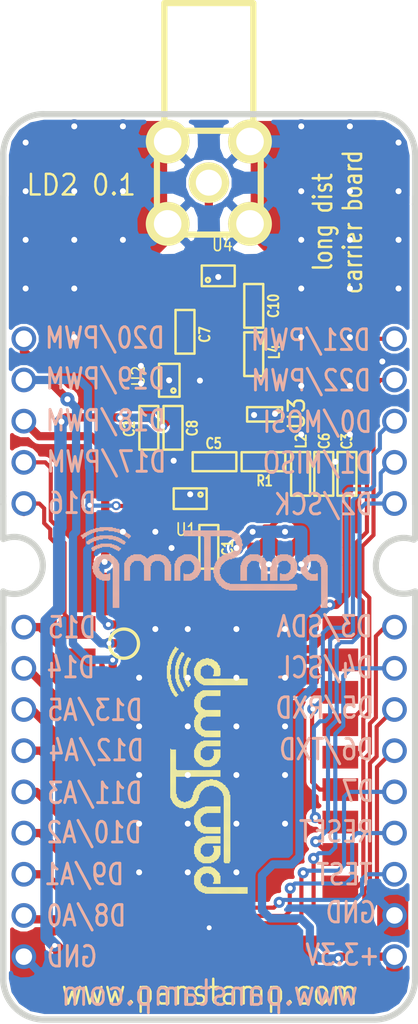
<source format=kicad_pcb>
(kicad_pcb (version 4) (host pcbnew 4.1.0-alpha+201605041001+6771~44~ubuntu14.04.1-product)
  (title_block (title "Long distance carrier board for panStamp") (date 2016-05-06) (rev 0.1) (company panStamp))
  (layers (0 Front signal) (1 Ground power) (2 Power power) (31 Back signal) (34 B.Paste user) (35 F.Paste user) (36 B.SilkS user) (37 F.SilkS user) (38 B.Mask user) (39 F.Mask user) (44 Edge.Cuts user))
  (net 0 "")
  (net 1 /RESET)
  (net 2 GND)
  (net 3 VCC)
  (net 4 "Net-(C7-Pad1)")
  (net 5 "Net-(C10-Pad2)")
  (net 6 "Net-(ANT1-Pad1)")
  (net 7 /D0)
  (net 8 /D1)
  (net 9 /D14)
  (net 10 /D15)
  (net 11 /D16)
  (net 12 /D17)
  (net 13 /D18)
  (net 14 /D2)
  (net 15 /D3)
  (net 16 /D4)
  (net 17 /TEST)
  (net 18 "Net-(C1-Pad1)")
  (net 19 /D13)
  (net 20 /D12)
  (net 21 /D11)
  (net 22 /D10)
  (net 23 /D9)
  (net 24 /D8)
  (net 25 /D19)
  (net 26 /D21)
  (net 27 /D22)
  (net 28 /D7)
  (net 29 /D5)
  (net 30 /D6)
  (net 31 "Net-(C1-Pad2)")
  (net 32 "Net-(C2-Pad2)")
  (net 33 "Net-(C2-Pad1)")
  (net 34 "Net-(C5-Pad1)")
  (net 35 "Net-(C7-Pad2)")
  (net 36 "Net-(C10-Pad1)")
  (net 37 "Net-(L4-Pad1)")
  (net 38 "Net-(C5-Pad2)")
  (net 39 "Net-(L2-Pad2)")
  (net 40 /D20)
  (module SOT-343R (layer Front) (at 200.74 63.76 270)
    (fp_text reference U3 (at -0.04 -1.97 270) (layer F.SilkS))
    (fp_text value MBC13916)
    (pad 1 smd rect (at -1.2065 -0.5715 270) (size 1.3 0.7) (layers Front F.Paste F.Mask) (net 2 GND))
    (pad 2 smd rect (at -1.2065 0.65 270) (size 1.3 0.5) (layers Front F.Paste F.Mask) (net 37 "Net-(L4-Pad1)"))
    (pad 4 smd rect (at 1.2065 0.65 270) (size 1.3 0.5) (layers Front F.Paste F.Mask) (net 2 GND))
    (pad 3 smd rect (at 1.2065 -0.65 270) (size 1.3 0.5) (layers Front F.Paste F.Mask) (net 39 "Net-(L2-Pad2)"))
  )
  (module mysmd:PANSTAMP_2 (layer Front) (at 197.31 85.9)
    (fp_text reference PS1 hide)
    (fp_text value PANSTAMP_NRG2 hide)
    (pad 1 smd rect (at -8.1 -9) (size 2.2 1.4) (layers Front F.Paste F.Mask) (net 12 /D17))
    (pad 2 smd rect (at -8.1 -7) (size 2.2 1.4) (layers Front F.Paste F.Mask) (net 11 /D16))
    (pad 3 smd rect (at -8.1 -5) (size 2.2 1.4) (layers Front F.Paste F.Mask) (net 10 /D15))
    (pad 4 smd rect (at -8.1 -3) (size 2.2 1.4) (layers Front F.Paste F.Mask) (net 9 /D14))
    (pad 5 smd rect (at -8.1 -1) (size 2.2 1.4) (layers Front F.Paste F.Mask) (net 19 /D13))
    (pad 6 smd rect (at -8.1 1) (size 2.2 1.4) (layers Front F.Paste F.Mask) (net 20 /D12))
    (pad 7 smd rect (at -8.1 3) (size 2.2 1.4) (layers Front F.Paste F.Mask) (net 21 /D11))
    (pad 8 smd rect (at -8.1 5) (size 2.2 1.4) (layers Front F.Paste F.Mask) (net 22 /D10))
    (pad 9 smd rect (at -8.1 7) (size 2.2 1.4) (layers Front F.Paste F.Mask) (net 23 /D9))
    (pad 10 smd rect (at -8.1 9) (size 2.2 1.4) (layers Front F.Paste F.Mask) (net 24 /D8))
    (pad 11 smd rect (at -6 11.1 90) (size 2.2 1.4) (layers Front F.Paste F.Mask) (net 17 /TEST))
    (pad 12 smd rect (at -4 11.1 90) (size 2.2 1.4) (layers Front F.Paste F.Mask) (net 1 /RESET))
    (pad 13 smd rect (at -2 11.1 90) (size 2.2 1.4) (layers Front F.Paste F.Mask) (net 3 VCC))
    (pad 14 smd rect (at 0 11.1 90) (size 2.2 1.4) (layers Front F.Paste F.Mask) (net 2 GND))
    (pad 15 smd rect (at 2 11.1 90) (size 2.2 1.4) (layers Front F.Paste F.Mask) (net 28 /D7))
    (pad 16 smd rect (at 4 11.1 90) (size 2.2 1.4) (layers Front F.Paste F.Mask) (net 30 /D6))
    (pad 17 smd rect (at 6 11.1 90) (size 2.2 1.4) (layers Front F.Paste F.Mask) (net 29 /D5))
    (pad 18 smd rect (at 8.1 9) (size 2.2 1.4) (layers Front F.Paste F.Mask) (net 16 /D4))
    (pad 19 smd rect (at 8.1 7) (size 2.2 1.4) (layers Front F.Paste F.Mask) (net 15 /D3))
    (pad 20 smd rect (at 8.1 5) (size 2.2 1.4) (layers Front F.Paste F.Mask) (net 14 /D2))
    (pad 21 smd rect (at 8.1 3) (size 2.2 1.4) (layers Front F.Paste F.Mask) (net 8 /D1))
    (pad 22 smd rect (at 8.1 1) (size 2.2 1.4) (layers Front F.Paste F.Mask) (net 7 /D0))
    (pad 23 smd rect (at 8.1 -1) (size 2.2 1.4) (layers Front F.Paste F.Mask) (net 27 /D22))
    (pad 24 smd rect (at 8.1 -3) (size 2.2 1.4) (layers Front F.Paste F.Mask) (net 26 /D21))
    (pad 25 smd rect (at 8.1 -5) (size 2.2 1.4) (layers Front F.Paste F.Mask) (net 40 /D20))
    (pad 26 smd rect (at 8.1 -7) (size 2.2 1.4) (layers Front F.Paste F.Mask) (net 25 /D19))
    (pad 27 smd rect (at 8.1 -9) (size 2.2 1.4) (layers Front F.Paste F.Mask) (net 13 /D18))
    (pad 28 smd rect (at 6 -11.1 90) (size 2.2 1.4) (layers Front F.Paste F.Mask) (net 2 GND))
    (pad 29 smd rect (at 4 -11.1 90) (size 2.2 1.4) (layers Front F.Paste F.Mask) (net 2 GND))
    (pad 30 smd rect (at 2 -11.1 90) (size 2.2 1.4) (layers Front F.Paste F.Mask) (net 2 GND))
    (pad 31 smd rect (at 0 -11.1 90) (size 2.2 1.4) (layers Front F.Paste F.Mask) (net 31 "Net-(C1-Pad2)"))
    (pad 32 smd rect (at -2 -11.1 90) (size 2.2 1.4) (layers Front F.Paste F.Mask) (net 2 GND))
    (pad 33 smd rect (at -4 -11.1 90) (size 2.2 1.4) (layers Front F.Paste F.Mask) (net 2 GND))
    (pad 34 smd rect (at -6 -11.1 90) (size 2.2 1.4) (layers Front F.Paste F.Mask) (net 2 GND))
  )
  (module old_mymods:PANSTAMPLOGO (layer Front) (at 194.41 93.32 90)
    (fp_text reference G*** hide)
    (fp_text value PANSTAMPLOGO hide)
  )
  (module old_mymods:PANSTAMPLOGO (layer Back) (at 204.63 70.41 180)
    (fp_text reference G*** hide)
    (fp_text value PANSTAMPLOGO hide)
  )
  (module myconnectors:pin_array_1x14 (layer Front) (at 185.89 80.89 270)
    (fp_text reference P1 hide)
    (fp_text value CONN_01X14 hide)
    (pad 1 thru_hole circle (at -21.79 0 270) (size 1.524 1.524) (drill 1.016) (layers *.Cu *.Mask) (net 40 /D20))
    (pad 2 thru_hole circle (at -19.25 0 270) (size 1.524 1.524) (drill 1.016) (layers *.Cu *.Mask) (net 25 /D19))
    (pad 3 thru_hole circle (at -16.71 0 270) (size 1.524 1.524) (drill 1.016) (layers *.Cu *.Mask) (net 13 /D18))
    (pad 4 thru_hole circle (at -14.17 0 270) (size 1.524 1.524) (drill 1.016) (layers *.Cu *.Mask) (net 12 /D17))
    (pad 5 thru_hole circle (at -11.63 0 270) (size 1.524 1.524) (drill 1.016) (layers *.Cu *.Mask) (net 11 /D16))
    (pad 6 thru_hole circle (at -4.01 0 270) (size 1.524 1.524) (drill 1.016) (layers *.Cu *.Mask) (net 10 /D15))
    (pad 7 thru_hole circle (at -1.47 0 270) (size 1.524 1.524) (drill 1.016) (layers *.Cu *.Mask) (net 9 /D14))
    (pad 8 thru_hole circle (at 1.07 0 270) (size 1.524 1.524) (drill 1.016) (layers *.Cu *.Mask) (net 19 /D13))
    (pad 9 thru_hole circle (at 3.61 0 270) (size 1.524 1.524) (drill 1.016) (layers *.Cu *.Mask) (net 20 /D12))
    (pad 10 thru_hole circle (at 6.15 0 270) (size 1.524 1.524) (drill 1.016) (layers *.Cu *.Mask) (net 21 /D11))
    (pad 11 thru_hole circle (at 8.69 0 270) (size 1.524 1.524) (drill 1.016) (layers *.Cu *.Mask) (net 22 /D10))
    (pad 12 thru_hole circle (at 11.23 0 270) (size 1.524 1.524) (drill 1.016) (layers *.Cu *.Mask) (net 23 /D9))
    (pad 13 thru_hole circle (at 13.77 0 270) (size 1.524 1.524) (drill 1.016) (layers *.Cu *.Mask) (net 24 /D8))
    (pad 14 thru_hole circle (at 16.31 0 270) (size 1.524 1.524) (drill 1.016) (layers *.Cu *.Mask) (net 2 GND))
  )
  (module myconnectors:pin_array_1x14 (layer Front) (at 208.75 80.89 270)
    (fp_text reference P2 hide)
    (fp_text value CONN_01X14 hide)
    (pad 1 thru_hole circle (at -21.79 0 270) (size 1.524 1.524) (drill 1.016) (layers *.Cu *.Mask) (net 26 /D21))
    (pad 2 thru_hole circle (at -19.25 0 270) (size 1.524 1.524) (drill 1.016) (layers *.Cu *.Mask) (net 27 /D22))
    (pad 3 thru_hole circle (at -16.71 0 270) (size 1.524 1.524) (drill 1.016) (layers *.Cu *.Mask) (net 7 /D0))
    (pad 4 thru_hole circle (at -14.17 0 270) (size 1.524 1.524) (drill 1.016) (layers *.Cu *.Mask) (net 8 /D1))
    (pad 5 thru_hole circle (at -11.63 0 270) (size 1.524 1.524) (drill 1.016) (layers *.Cu *.Mask) (net 14 /D2))
    (pad 6 thru_hole circle (at -4.01 0 270) (size 1.524 1.524) (drill 1.016) (layers *.Cu *.Mask) (net 15 /D3))
    (pad 7 thru_hole circle (at -1.47 0 270) (size 1.524 1.524) (drill 1.016) (layers *.Cu *.Mask) (net 16 /D4))
    (pad 8 thru_hole circle (at 1.07 0 270) (size 1.524 1.524) (drill 1.016) (layers *.Cu *.Mask) (net 29 /D5))
    (pad 9 thru_hole circle (at 3.61 0 270) (size 1.524 1.524) (drill 1.016) (layers *.Cu *.Mask) (net 30 /D6))
    (pad 10 thru_hole circle (at 6.15 0 270) (size 1.524 1.524) (drill 1.016) (layers *.Cu *.Mask) (net 28 /D7))
    (pad 11 thru_hole circle (at 8.69 0 270) (size 1.524 1.524) (drill 1.016) (layers *.Cu *.Mask) (net 1 /RESET))
    (pad 12 thru_hole circle (at 11.23 0 270) (size 1.524 1.524) (drill 1.016) (layers *.Cu *.Mask) (net 17 /TEST))
    (pad 13 thru_hole circle (at 13.77 0 270) (size 1.524 1.524) (drill 1.016) (layers *.Cu *.Mask) (net 2 GND))
    (pad 14 thru_hole circle (at 16.31 0 270) (size 1.524 1.524) (drill 1.016) (layers *.Cu *.Mask) (net 3 VCC))
  )
  (module myconnectors:SMA_RightAngle_Tyco (layer Front) (at 197.3 49.475)
    (fp_text reference ANT1 hide)
    (fp_text value ANTENNA hide)
    (pad 1 thru_hole circle (at 0 0) (size 2.49936 2.49936) (drill 1.6002) (layers *.Cu *.Mask F.SilkS) (net 6 "Net-(ANT1-Pad1)"))
    (pad 2 thru_hole circle (at 2.54 -2.54) (size 2.70002 2.70002) (drill 1.69926) (layers *.Cu *.Mask F.SilkS) (net 2 GND))
    (pad 2 thru_hole circle (at -2.54 -2.54) (size 2.70002 2.70002) (drill 1.69926) (layers *.Cu *.Mask F.SilkS) (net 2 GND))
    (pad 2 thru_hole circle (at -2.54 2.54) (size 2.70002 2.70002) (drill 1.69926) (layers *.Cu *.Mask F.SilkS) (net 2 GND))
    (pad 2 thru_hole circle (at 2.54 2.54) (size 2.70002 2.70002) (drill 1.69926) (layers *.Cu *.Mask F.SilkS) (net 2 GND))
  )
  (module mysmd:SM0603S (layer Front) (at 197.3 71.93 270)
    (fp_text reference C1 (at 0.0635 -1.1557 270) (layer F.SilkS) (effects (font (size 0.635 0.508) (thickness 0.127))))
    (fp_text value 220p hide)
    (pad 2 smd rect (at 0.7493 0 270) (size 0.7874 0.762) (layers Front F.Paste F.Mask) (net 31 "Net-(C1-Pad2)"))
    (pad 1 smd rect (at -0.7493 0 270) (size 0.7874 0.762) (layers Front F.Paste F.Mask) (net 18 "Net-(C1-Pad1)"))
  )
  (module mysmd:SM0603S (layer Front) (at 193.6 64.59 270)
    (fp_text reference C2 (at 0.06 1.2 270) (layer F.SilkS) (effects (font (size 0.635 0.508) (thickness 0.127))))
    (fp_text value 100p hide)
    (pad 2 smd rect (at 0.7493 0 270) (size 0.7874 0.762) (layers Front F.Paste F.Mask) (net 32 "Net-(C2-Pad2)"))
    (pad 1 smd rect (at -0.7493 0 270) (size 0.7874 0.762) (layers Front F.Paste F.Mask) (net 33 "Net-(C2-Pad1)"))
  )
  (module mysmd:SM0603S (layer Front) (at 205.82 67.43 270)
    (fp_text reference C3 (at -2.01 0.01 270) (layer F.SilkS) (effects (font (size 0.635 0.508) (thickness 0.127))))
    (fp_text value 100n hide)
    (pad 2 smd rect (at 0.7493 0 270) (size 0.7874 0.762) (layers Front F.Paste F.Mask) (net 3 VCC))
    (pad 1 smd rect (at -0.7493 0 270) (size 0.7874 0.762) (layers Front F.Paste F.Mask) (net 2 GND))
  )
  (module mysmd:SM0603S (layer Front) (at 197.65 66.68 180)
    (fp_text reference C5 (at 0.05 1.12 180) (layer F.SilkS) (effects (font (size 0.635 0.508) (thickness 0.127))))
    (fp_text value 2.4p hide)
    (pad 2 smd rect (at 0.7493 0 180) (size 0.7874 0.762) (layers Front F.Paste F.Mask) (net 38 "Net-(C5-Pad2)"))
    (pad 1 smd rect (at -0.7493 0 180) (size 0.7874 0.762) (layers Front F.Paste F.Mask) (net 34 "Net-(C5-Pad1)"))
  )
  (module mysmd:SM0603S (layer Front) (at 204.39 67.43 270)
    (fp_text reference C6 (at -2.03 -0.03 270) (layer F.SilkS) (effects (font (size 0.635 0.508) (thickness 0.127))))
    (fp_text value 100p hide)
    (pad 2 smd rect (at 0.7493 0 270) (size 0.7874 0.762) (layers Front F.Paste F.Mask) (net 3 VCC))
    (pad 1 smd rect (at -0.7493 0 270) (size 0.7874 0.762) (layers Front F.Paste F.Mask) (net 2 GND))
  )
  (module mysmd:SM0603S (layer Front) (at 195.83 58.67 270)
    (fp_text reference C7 (at 0.17 -1.22 270) (layer F.SilkS) (effects (font (size 0.635 0.508) (thickness 0.127))))
    (fp_text value 100p hide)
    (pad 2 smd rect (at 0.7493 0 270) (size 0.7874 0.762) (layers Front F.Paste F.Mask) (net 35 "Net-(C7-Pad2)"))
    (pad 1 smd rect (at -0.7493 0 270) (size 0.7874 0.762) (layers Front F.Paste F.Mask) (net 4 "Net-(C7-Pad1)"))
  )
  (module mysmd:SM0603S (layer Front) (at 195.09 64.59 270)
    (fp_text reference C8 (at 0.02 -1.19 270) (layer F.SilkS) (effects (font (size 0.635 0.508) (thickness 0.127))))
    (fp_text value 470p hide)
    (pad 2 smd rect (at 0.7493 0 270) (size 0.7874 0.762) (layers Front F.Paste F.Mask) (net 2 GND))
    (pad 1 smd rect (at -0.7493 0 270) (size 0.7874 0.762) (layers Front F.Paste F.Mask) (net 3 VCC))
  )
  (module mysmd:SM0603S (layer Front) (at 200.07 57.07 90)
    (fp_text reference C10 (at 0 1.22 90) (layer F.SilkS) (effects (font (size 0.635 0.508) (thickness 0.127))))
    (fp_text value 47p hide)
    (pad 2 smd rect (at 0.7493 0 90) (size 0.7874 0.762) (layers Front F.Paste F.Mask) (net 5 "Net-(C10-Pad2)"))
    (pad 1 smd rect (at -0.7493 0 90) (size 0.7874 0.762) (layers Front F.Paste F.Mask) (net 36 "Net-(C10-Pad1)"))
  )
  (module mysmd:SM0603S (layer Front) (at 202.96 67.43 90)
    (fp_text reference L2 (at 2.02 0.03 90) (layer F.SilkS) (effects (font (size 0.635 0.508) (thickness 0.127))))
    (fp_text value 33n hide)
    (pad 2 smd rect (at 0.7493 0 90) (size 0.7874 0.762) (layers Front F.Paste F.Mask) (net 39 "Net-(L2-Pad2)"))
    (pad 1 smd rect (at -0.7493 0 90) (size 0.7874 0.762) (layers Front F.Paste F.Mask) (net 3 VCC))
  )
  (module mysmd:SM0603S (layer Front) (at 200.07 60.05 90)
    (fp_text reference L4 (at 0.14 1.27 90) (layer F.SilkS) (effects (font (size 0.635 0.508) (thickness 0.127))))
    (fp_text value 39n hide)
    (pad 2 smd rect (at 0.7493 0 90) (size 0.7874 0.762) (layers Front F.Paste F.Mask) (net 36 "Net-(C10-Pad1)"))
    (pad 1 smd rect (at -0.7493 0 90) (size 0.7874 0.762) (layers Front F.Paste F.Mask) (net 37 "Net-(L4-Pad1)"))
  )
  (module mysmd:SC-70 (layer Front) (at 196.15 68.96 180)
    (fp_text reference U1 (at 0.254 -1.905 180) (layer F.SilkS) (effects (font (size 0.762 0.635) (thickness 0.1016))))
    (fp_text value AS213-92 hide)
    (pad 1 smd rect (at -0.65 0.975 180) (size 0.4 0.5) (layers Front F.Paste F.Mask) (net 38 "Net-(C5-Pad2)"))
    (pad 2 smd rect (at 0 0.975 180) (size 0.4 0.5) (layers Front F.Paste F.Mask) (net 2 GND))
    (pad 3 smd rect (at 0.65 0.975 180) (size 0.4 0.5) (layers Front F.Paste F.Mask) (net 32 "Net-(C2-Pad2)"))
    (pad 4 smd rect (at 0.65 -0.975 180) (size 0.4 0.5) (layers Front F.Paste F.Mask) (net 13 /D18))
    (pad 5 smd rect (at 0 -0.975 180) (size 0.4 0.5) (layers Front F.Paste F.Mask) (net 18 "Net-(C1-Pad1)"))
    (pad 6 smd rect (at -0.65 -0.975 180) (size 0.4 0.5) (layers Front F.Paste F.Mask) (net 25 /D19))
  )
  (module mysmd:SC-70 (layer Front) (at 197.88 55.22)
    (fp_text reference U4 (at 0.254 -1.905) (layer F.SilkS) (effects (font (size 0.762 0.635) (thickness 0.1016))))
    (fp_text value AS213-92 hide)
    (pad 1 smd rect (at -0.65 0.975) (size 0.4 0.5) (layers Front F.Paste F.Mask) (net 4 "Net-(C7-Pad1)"))
    (pad 2 smd rect (at 0 0.975) (size 0.4 0.5) (layers Front F.Paste F.Mask) (net 2 GND))
    (pad 3 smd rect (at 0.65 0.975) (size 0.4 0.5) (layers Front F.Paste F.Mask) (net 5 "Net-(C10-Pad2)"))
    (pad 4 smd rect (at 0.65 -0.975) (size 0.4 0.5) (layers Front F.Paste F.Mask) (net 25 /D19))
    (pad 5 smd rect (at 0 -0.975) (size 0.4 0.5) (layers Front F.Paste F.Mask) (net 6 "Net-(ANT1-Pad1)"))
    (pad 6 smd rect (at -0.65 -0.975) (size 0.4 0.5) (layers Front F.Paste F.Mask) (net 13 /D18))
  )
  (module mysmd:SM0603S (layer Front) (at 200.67 66.68 180)
    (fp_text reference R1 (at -0.07 -1.18 180) (layer F.SilkS) (effects (font (size 0.635 0.508) (thickness 0.127))))
    (fp_text value 24 hide)
    (pad 2 smd rect (at 0.7493 0 180) (size 0.7874 0.762) (layers Front F.Paste F.Mask) (net 34 "Net-(C5-Pad1)"))
    (pad 1 smd rect (at -0.7493 0 180) (size 0.7874 0.762) (layers Front F.Paste F.Mask) (net 39 "Net-(L2-Pad2)"))
  )
  (module mysmd:SC-70 (layer Front) (at 194.86 61.66 90)
    (fp_text reference U2 (at 0.254 -1.905 90) (layer F.SilkS) (effects (font (size 0.762 0.635) (thickness 0.1016))))
    (fp_text value BGA2817 hide)
    (pad 1 smd rect (at -0.65 0.975 90) (size 0.4 0.5) (layers Front F.Paste F.Mask) (net 3 VCC))
    (pad 2 smd rect (at 0 0.975 90) (size 0.4 0.5) (layers Front F.Paste F.Mask) (net 2 GND))
    (pad 3 smd rect (at 0.65 0.975 90) (size 0.4 0.5) (layers Front F.Paste F.Mask) (net 35 "Net-(C7-Pad2)"))
    (pad 4 smd rect (at 0.65 -0.975 90) (size 0.4 0.5) (layers Front F.Paste F.Mask) (net 2 GND))
    (pad 5 smd rect (at 0 -0.975 90) (size 0.4 0.5) (layers Front F.Paste F.Mask) (net 2 GND))
    (pad 6 smd rect (at -0.65 -0.975 90) (size 0.4 0.5) (layers Front F.Paste F.Mask) (net 33 "Net-(C2-Pad1)"))
  )
  (gr_arc (start 185.3 73.075) (end 184.625 71.45) (angle 225) (layer Edge.Cuts) (width 0.381))
  (gr_line (start 184.625 76.95) (end 184.625 74.675) (angle 90) (layer Edge.Cuts) (width 0.381))
  (gr_line (start 184.625 69.3) (end 184.625 71.45) (angle 90) (layer Edge.Cuts) (width 0.381))
  (gr_arc (start 209.325 73.1) (end 210.025 74.675) (angle 225) (layer Edge.Cuts) (width 0.381))
  (gr_line (start 210.025 77.075) (end 210.025 74.7) (angle 90) (layer Edge.Cuts) (width 0.381))
  (gr_line (start 210.025 71.425) (end 210 71.425) (angle 90) (layer Edge.Cuts) (width 0.381))
  (gr_line (start 210.025 69.3) (end 210.025 71.425) (angle 90) (layer Edge.Cuts) (width 0.381))
  (gr_line (start 184.625 77.85) (end 184.625 78) (angle 90) (layer Edge.Cuts) (width 0.381))
  (gr_line (start 184.625 98.6) (end 184.625 77.85) (angle 90) (layer Edge.Cuts) (width 0.381))
  (gr_line (start 210.025 47.725) (end 210.025 50.3) (angle 90) (layer Edge.Cuts) (width 0.381))
  (gr_line (start 184.625 47.725) (end 184.625 50.3) (angle 90) (layer Edge.Cuts) (width 0.381))
  (gr_text D2/SCK (at 204.36 69.32) (layer B.SilkS) (effects (font (size 1.27 1.016) (thickness 0.1778)) (justify mirror)))
  (gr_line (start 187.14 101.08) (end 207.52 101.08) (angle 90) (layer Edge.Cuts) (width 0.381))
  (gr_text D18/PWM (at 190.94 64.15) (layer B.SilkS) (effects (font (size 1.27 1.016) (thickness 0.1778)) (justify mirror)))
  (gr_line (start 184.62 77.35) (end 184.62 76.86) (angle 90) (layer Edge.Cuts) (width 0.381))
  (gr_line (start 184.62 69.3) (end 184.61 69.3) (angle 90) (layer Edge.Cuts) (width 0.381))
  (gr_line (start 184.62 68.78) (end 184.62 69.3) (angle 90) (layer Edge.Cuts) (width 0.381))
  (gr_line (start 210.02 68.85) (end 210.02 69.32) (angle 90) (layer Edge.Cuts) (width 0.381))
  (gr_line (start 210.02 77.38) (end 210.02 76.8) (angle 90) (layer Edge.Cuts) (width 0.381))
  (gr_line (start 210.02 57.94) (end 210.02 68.83) (angle 90) (layer Edge.Cuts) (width 0.381))
  (gr_line (start 210.02 77.79) (end 210.02 77.39) (angle 90) (layer Edge.Cuts) (width 0.381))
  (gr_line (start 184.62 68.81) (end 184.63 68.81) (angle 90) (layer Edge.Cuts) (width 0.381))
  (gr_line (start 184.62 57.96) (end 184.62 68.81) (angle 90) (layer Edge.Cuts) (width 0.381))
  (gr_line (start 184.62 77.84) (end 184.62 77.36) (angle 90) (layer Edge.Cuts) (width 0.381))
  (gr_line (start 210.02 98.5) (end 210.02 77.81) (angle 90) (layer Edge.Cuts) (width 0.381))
  (gr_text "LD2 0.1" (at 189.43 49.62) (layer F.SilkS) (effects (font (size 1.27 1.143) (thickness 0.1524))))
  (gr_text "long dist\ncarrier board" (at 205.25 51.91 90) (layer F.SilkS) (effects (font (size 1.143 0.889) (thickness 0.1524))))
  (gr_line (start 210.02 50.3) (end 210.02 50.84) (angle 90) (layer Edge.Cuts) (width 0.381))
  (gr_line (start 184.62 50.3) (end 184.62 50.79) (angle 90) (layer Edge.Cuts) (width 0.381))
  (gr_text D10/A2 (at 190.22 89.55) (layer B.SilkS) (effects (font (size 1.27 1.016) (thickness 0.1778)) (justify mirror)))
  (gr_text D21/PWM (at 203.58 59.18) (layer B.SilkS) (effects (font (size 1.27 1.016) (thickness 0.1778)) (justify mirror)))
  (gr_line (start 184.62 57.94) (end 184.62 50.78) (angle 90) (layer Edge.Cuts) (width 0.381))
  (gr_line (start 210.02 50.8) (end 210.01 50.8) (angle 90) (layer Edge.Cuts) (width 0.381))
  (gr_line (start 210.02 57.94) (end 210.02 50.8) (angle 90) (layer Edge.Cuts) (width 0.381))
  (gr_text www.panstamp.com (at 197.36 99.39) (layer F.SilkS) (effects (font (size 1.524 1.27) (thickness 0.1524))))
  (gr_line (start 187.15 45.25) (end 207.51 45.25) (angle 90) (layer Edge.Cuts) (width 0.381))
  (gr_arc (start 207.53 47.735) (end 207.53 45.245) (angle 90) (layer Edge.Cuts) (width 0.381))
  (gr_arc (start 187.12 47.745) (end 184.62 47.745) (angle 90) (layer Edge.Cuts) (width 0.381))
  (gr_arc (start 207.52 98.58) (end 210.02 98.58) (angle 90) (layer Edge.Cuts) (width 0.381))
  (gr_arc (start 187.12 98.58) (end 187.12 101.08) (angle 90) (layer Edge.Cuts) (width 0.381))
  (gr_text GND (at 188.86 97.2) (layer B.SilkS) (effects (font (size 1.27 1.016) (thickness 0.1778)) (justify mirror)))
  (gr_text GND (at 206.06 94.48) (layer B.SilkS) (effects (font (size 1.27 1.016) (thickness 0.1778)) (justify mirror)))
  (gr_text D7 (at 206.49 87) (layer B.SilkS) (effects (font (size 1.27 1.016) (thickness 0.1778)) (justify mirror)))
  (gr_text D6/TXD (at 204.55 84.43) (layer B.SilkS) (effects (font (size 1.27 1.016) (thickness 0.1778)) (justify mirror)))
  (gr_text RESET (at 205.17 89.5) (layer B.SilkS) (effects (font (size 1.27 1.016) (thickness 0.1778)) (justify mirror)))
  (gr_text D5/RXD (at 204.44 81.87) (layer B.SilkS) (effects (font (size 1.27 1.016) (thickness 0.1778)) (justify mirror)))
  (gr_text D22/PWM (at 203.61 61.68) (layer B.SilkS) (effects (font (size 1.27 1.016) (thickness 0.1778)) (justify mirror)))
  (gr_text D3/SDA (at 204.44 76.85) (layer B.SilkS) (effects (font (size 1.27 1.016) (thickness 0.1778)) (justify mirror)))
  (gr_text D4/SCL (at 204.49 79.38) (layer B.SilkS) (effects (font (size 1.27 1.016) (thickness 0.1778)) (justify mirror)))
  (gr_text D1/MISO (at 204 66.76) (layer B.SilkS) (effects (font (size 1.27 1.016) (thickness 0.1778)) (justify mirror)))
  (gr_text D0/MOSI (at 204 64.24) (layer B.SilkS) (effects (font (size 1.27 1.016) (thickness 0.1778)) (justify mirror)))
  (gr_text D16 (at 188.86 69.24) (layer B.SilkS) (effects (font (size 1.27 1.016) (thickness 0.1778)) (justify mirror)))
  (gr_text D15 (at 188.86 76.91) (layer B.SilkS) (effects (font (size 1.27 1.016) (thickness 0.1778)) (justify mirror)))
  (gr_text D12/A4 (at 190.36 84.49) (layer B.SilkS) (effects (font (size 1.27 1.016) (thickness 0.1778)) (justify mirror)))
  (gr_text D13/A5 (at 190.28 82.01) (layer B.SilkS) (effects (font (size 1.27 1.016) (thickness 0.1778)) (justify mirror)))
  (gr_text D19/PWM (at 190.92 61.57) (layer B.SilkS) (effects (font (size 1.27 1.016) (thickness 0.1778)) (justify mirror)))
  (gr_text D14 (at 188.79 79.37) (layer B.SilkS) (effects (font (size 1.27 1.016) (thickness 0.1778)) (justify mirror)))
  (gr_text D17/PWM (at 190.98 66.69) (layer B.SilkS) (effects (font (size 1.27 1.016) (thickness 0.1778)) (justify mirror)))
  (gr_text D11/A3 (at 190.27 87.12) (layer B.SilkS) (effects (font (size 1.27 1.016) (thickness 0.1778)) (justify mirror)))
  (gr_text D8/A0 (at 189.74 94.68) (layer B.SilkS) (effects (font (size 1.27 1.016) (thickness 0.1778)) (justify mirror)))
  (gr_text D9/A1 (at 189.61 92.13) (layer B.SilkS) (effects (font (size 1.27 1.016) (thickness 0.1778)) (justify mirror)))
  (gr_text D20/PWM (at 190.89 59.05) (layer B.SilkS) (effects (font (size 1.27 1.016) (thickness 0.1778)) (justify mirror)))
  (gr_text TEST (at 205.65 92.14) (layer B.SilkS) (effects (font (size 1.27 1.016) (thickness 0.1778)) (justify mirror)))
  (gr_text +3.3V (at 205.55 97.1) (layer B.SilkS) (effects (font (size 1.27 1.016) (thickness 0.1778)) (justify mirror)))
  (gr_text www.panstamp.com (at 197.35 99.45) (layer B.SilkS) (effects (font (size 1.524 1.27) (thickness 0.1778)) (justify mirror)))
  (segment (start 201 71) (end 201 73) (width 0.762) (layer Back) (net 0))
  (via (at 201 73) (size 0.8763) (drill 0.3683) (layers Front Back) (net 0))
  (segment (start 203 71) (end 203 73) (width 0.762) (layer Back) (net 0))
  (via (at 203 73) (size 0.8763) (drill 0.3683) (layers Front Back) (net 0))
  (segment (start 199 72) (end 200 71) (width 0.762) (layer Back) (net 0))
  (via (at 200 71) (size 0.8763) (drill 0.3683) (layers Front Back) (net 0))
  (segment (start 202 71) (end 203 71) (width 0.762) (layer Back) (net 0))
  (via (at 202 71) (size 0.8763) (drill 0.3683) (layers Front Back) (net 0))
  (segment (start 200 71) (end 201 71) (width 0.762) (layer Back) (net 0))
  (segment (start 201 71) (end 202 71) (width 0.762) (layer Back) (net 0))
  (via (at 199 72) (size 0.8763) (drill 0.3683) (layers Front Back) (net 0))
  (segment (start 193.31 97) (end 193.31 95.04) (width 0.254) (layer Front) (net 1))
  (segment (start 206.44 89.58) (end 208.75 89.58) (width 0.254) (layer Back) (net 1))
  (segment (start 206.14 89.88) (end 206.44 89.58) (width 0.254) (layer Back) (net 1))
  (segment (start 206.14 92.31) (end 206.14 89.88) (width 0.254) (layer Back) (net 1))
  (segment (start 205.76 92.69) (end 206.14 92.31) (width 0.254) (layer Back) (net 1))
  (segment (start 202.61 92.69) (end 205.76 92.69) (width 0.254) (layer Back) (net 1))
  (segment (start 202.32 92.98) (end 202.61 92.69) (width 0.254) (layer Back) (net 1))
  (via (at 202.32 92.98) (size 0.6858) (layers Front Back) (net 1))
  (segment (start 202.29 93.01) (end 202.32 92.98) (width 0.254) (layer Front) (net 1))
  (segment (start 202.29 94.4) (end 202.29 93.01) (width 0.254) (layer Front) (net 1))
  (segment (start 202 94.69) (end 202.29 94.4) (width 0.254) (layer Front) (net 1))
  (segment (start 193.66 94.69) (end 202 94.69) (width 0.254) (layer Front) (net 1))
  (segment (start 193.31 95.04) (end 193.66 94.69) (width 0.254) (layer Front) (net 1))
  (segment (start 195.09 65.3393) (end 195.09 66.58) (width 0.762) (layer Front) (net 2))
  (via (at 195.13 66.62) (size 0.8763) (drill 0.3683) (layers Front Back) (net 2))
  (segment (start 195.09 66.58) (end 195.13 66.62) (width 0.762) (layer Front) (net 2))
  (segment (start 189 59) (end 189 56) (width 0.762) (layer Back) (net 2))
  (via (at 189 56) (size 0.8763) (drill 0.3683) (layers Front Back) (net 2))
  (via (at 189 53) (size 0.8763) (drill 0.3683) (layers Front Back) (net 2))
  (segment (start 189 56) (end 189 53) (width 0.762) (layer Back) (net 2))
  (via (at 189 59) (size 0.8763) (drill 0.3683) (layers Front Back) (net 2))
  (via (at 194.85 61.66) (size 0.8763) (drill 0.3683) (layers Front Back) (net 2))
  (segment (start 194.85 61.66) (end 194.85 61.68) (width 0.508) (layer Back) (net 2))
  (segment (start 193.885 61.66) (end 193.31 61.66) (width 0.508) (layer Front) (net 2))
  (via (at 193.12 61.85) (size 0.8763) (drill 0.3683) (layers Front Back) (net 2))
  (segment (start 193.31 61.66) (end 193.12 61.85) (width 0.508) (layer Front) (net 2))
  (segment (start 193.885 61.01) (end 193.35 61.01) (width 0.508) (layer Front) (net 2))
  (via (at 193.11 60.77) (size 0.8763) (drill 0.3683) (layers Front Back) (net 2))
  (segment (start 193.35 61.01) (end 193.11 60.77) (width 0.508) (layer Front) (net 2))
  (segment (start 195.835 61.66) (end 196.73 61.66) (width 0.508) (layer Front) (net 2))
  (via (at 196.75 61.68) (size 0.8763) (drill 0.3683) (layers Front Back) (net 2))
  (segment (start 196.73 61.66) (end 196.75 61.68) (width 0.508) (layer Front) (net 2))
  (segment (start 195.835 61.66) (end 194.85 61.66) (width 0.508) (layer Front) (net 2))
  (segment (start 194.85 61.66) (end 193.885 61.66) (width 0.508) (layer Front) (net 2))
  (segment (start 193.885 61.01) (end 193.885 61.66) (width 0.508) (layer Front) (net 2))
  (segment (start 203 53) (end 203 56) (width 0.762) (layer Back) (net 2))
  (via (at 203 56) (size 0.8763) (drill 0.3683) (layers Front Back) (net 2))
  (segment (start 203 59) (end 203 62) (width 0.762) (layer Back) (net 2))
  (via (at 203 62) (size 0.8763) (drill 0.3683) (layers Front Back) (net 2))
  (segment (start 203 65) (end 206 65) (width 0.762) (layer Back) (net 2))
  (via (at 206 65) (size 0.8763) (drill 0.3683) (layers Front Back) (net 2))
  (segment (start 206 62) (end 206 60.5) (width 0.762) (layer Back) (net 2))
  (via (at 206 62) (size 0.8763) (drill 0.3683) (layers Front Back) (net 2))
  (segment (start 206 65) (end 206 62) (width 0.762) (layer Back) (net 2))
  (via (at 203 65) (size 0.8763) (drill 0.3683) (layers Front Back) (net 2))
  (segment (start 203 62) (end 203 65) (width 0.762) (layer Back) (net 2))
  (via (at 203 59) (size 0.8763) (drill 0.3683) (layers Front Back) (net 2))
  (segment (start 203 56) (end 203 59) (width 0.762) (layer Back) (net 2))
  (via (at 203 53) (size 0.8763) (drill 0.3683) (layers Front Back) (net 2))
  (segment (start 196.15 67.985) (end 196.15 68.69) (width 0.508) (layer Front) (net 2))
  (via (at 196.15 68.69) (size 0.8763) (drill 0.3683) (layers Front Back) (net 2))
  (segment (start 201.3115 62.5535) (end 201.3115 63.6615) (width 0.508) (layer Front) (net 2))
  (via (at 201.38 63.73) (size 0.8763) (drill 0.3683) (layers Front Back) (net 2))
  (segment (start 201.3115 63.6615) (end 201.38 63.73) (width 0.508) (layer Front) (net 2))
  (segment (start 200.09 64.9665) (end 200.09 63.8) (width 0.508) (layer Front) (net 2))
  (via (at 200.09 63.8) (size 0.8763) (drill 0.3683) (layers Front Back) (net 2))
  (segment (start 197.88 56.195) (end 197.88 55.29) (width 0.508) (layer Front) (net 2))
  (via (at 197.88 55.29) (size 0.8763) (drill 0.3683) (layers Front Back) (net 2))
  (via (at 205.11 66.6807) (size 0.8763) (drill 0.3683) (layers Front Back) (net 2))
  (segment (start 205.11 66.6807) (end 205.11 66.72) (width 0.762) (layer Back) (net 2))
  (segment (start 204.39 66.6807) (end 205.11 66.6807) (width 0.762) (layer Front) (net 2))
  (segment (start 205.11 66.6807) (end 205.82 66.6807) (width 0.762) (layer Front) (net 2))
  (segment (start 192 71) (end 194 71) (width 0.762) (layer Back) (net 2))
  (via (at 194 71) (size 0.8763) (drill 0.3683) (layers Front Back) (net 2))
  (segment (start 195 72) (end 195 73) (width 0.762) (layer Back) (net 2))
  (segment (start 195 73) (end 195 77) (width 0.762) (layer Back) (net 2))
  (via (at 195 72) (size 0.8763) (drill 0.3683) (layers Front Back) (net 2))
  (segment (start 194 71) (end 195 72) (width 0.762) (layer Back) (net 2))
  (via (at 192 71) (size 0.8763) (drill 0.3683) (layers Front Back) (net 2))
  (segment (start 193 92) (end 196 92) (width 0.762) (layer Back) (net 2))
  (via (at 196 92) (size 0.8763) (drill 0.3683) (layers Front Back) (net 2))
  (segment (start 199 92) (end 199 89) (width 0.762) (layer Back) (net 2))
  (via (at 199 89) (size 0.8763) (drill 0.3683) (layers Front Back) (net 2))
  (via (at 199 92) (size 0.8763) (drill 0.3683) (layers Front Back) (net 2))
  (segment (start 196 92) (end 199 92) (width 0.762) (layer Back) (net 2))
  (via (at 193 92) (size 0.8763) (drill 0.3683) (layers Front Back) (net 2))
  (segment (start 202 89) (end 199 89) (width 0.762) (layer Back) (net 2))
  (segment (start 196 89) (end 193 89) (width 0.762) (layer Back) (net 2))
  (via (at 193 89) (size 0.8763) (drill 0.3683) (layers Front Back) (net 2))
  (segment (start 193 86) (end 196 86) (width 0.762) (layer Back) (net 2))
  (via (at 196 86) (size 0.8763) (drill 0.3683) (layers Front Back) (net 2))
  (segment (start 199 86) (end 202 86) (width 0.762) (layer Back) (net 2))
  (via (at 202 86) (size 0.8763) (drill 0.3683) (layers Front Back) (net 2))
  (segment (start 202 83) (end 199 83) (width 0.762) (layer Back) (net 2))
  (via (at 199 83) (size 0.8763) (drill 0.3683) (layers Front Back) (net 2))
  (segment (start 196 83) (end 193 83) (width 0.762) (layer Back) (net 2))
  (via (at 193 83) (size 0.8763) (drill 0.3683) (layers Front Back) (net 2))
  (segment (start 193 80) (end 196 80) (width 0.762) (layer Back) (net 2))
  (via (at 196 80) (size 0.8763) (drill 0.3683) (layers Front Back) (net 2))
  (segment (start 199 80) (end 202 80) (width 0.762) (layer Back) (net 2))
  (via (at 202 80) (size 0.8763) (drill 0.3683) (layers Front Back) (net 2))
  (segment (start 202 80) (end 202 77) (width 0.762) (layer Back) (net 2))
  (via (at 199 80) (size 0.8763) (drill 0.3683) (layers Front Back) (net 2))
  (segment (start 196 80) (end 199 80) (width 0.762) (layer Back) (net 2))
  (via (at 193 80) (size 0.8763) (drill 0.3683) (layers Front Back) (net 2))
  (segment (start 193 83) (end 193 80) (width 0.762) (layer Back) (net 2))
  (via (at 196 83) (size 0.8763) (drill 0.3683) (layers Front Back) (net 2))
  (segment (start 199 83) (end 196 83) (width 0.762) (layer Back) (net 2))
  (via (at 202 83) (size 0.8763) (drill 0.3683) (layers Front Back) (net 2))
  (segment (start 202 86) (end 202 83) (width 0.762) (layer Back) (net 2))
  (via (at 199 86) (size 0.8763) (drill 0.3683) (layers Front Back) (net 2))
  (segment (start 196 86) (end 199 86) (width 0.762) (layer Back) (net 2))
  (via (at 193 86) (size 0.8763) (drill 0.3683) (layers Front Back) (net 2))
  (segment (start 193 89) (end 193 86) (width 0.762) (layer Back) (net 2))
  (via (at 196 89) (size 0.8763) (drill 0.3683) (layers Front Back) (net 2))
  (segment (start 199 89) (end 196 89) (width 0.762) (layer Back) (net 2))
  (via (at 202 89) (size 0.8763) (drill 0.3683) (layers Front Back) (net 2))
  (segment (start 194 77) (end 195 77) (width 0.762) (layer Back) (net 2))
  (segment (start 195 77) (end 196 77) (width 0.762) (layer Back) (net 2))
  (via (at 196 77) (size 0.8763) (drill 0.3683) (layers Front Back) (net 2))
  (segment (start 199 77) (end 202 77) (width 0.762) (layer Back) (net 2))
  (segment (start 201.31 76.31) (end 202 77) (width 0.762) (layer Front) (net 2))
  (via (at 202 77) (size 0.8763) (drill 0.3683) (layers Front Back) (net 2))
  (segment (start 201.31 76.31) (end 201.31 74.8) (width 0.762) (layer Front) (net 2))
  (via (at 199 77) (size 0.8763) (drill 0.3683) (layers Front Back) (net 2))
  (segment (start 196 77) (end 199 77) (width 0.762) (layer Back) (net 2))
  (via (at 194 77) (size 0.8763) (drill 0.3683) (layers Front Back) (net 2))
  (segment (start 206 60.5) (end 208 60.5) (width 0.762) (layer Back) (net 2))
  (via (at 208 60.5) (size 0.8763) (drill 0.3683) (layers Front Back) (net 2))
  (segment (start 206 59) (end 206 56) (width 0.762) (layer Back) (net 2))
  (segment (start 206 60.5) (end 206 59) (width 0.762) (layer Back) (net 2))
  (via (at 206 59) (size 0.8763) (drill 0.3683) (layers Front Back) (net 2))
  (segment (start 206 56) (end 209 56) (width 0.762) (layer Back) (net 2))
  (via (at 209 56) (size 0.8763) (drill 0.3683) (layers Front Back) (net 2))
  (via (at 209 53) (size 0.8763) (drill 0.3683) (layers Front Back) (net 2))
  (segment (start 209 56) (end 209 53) (width 0.762) (layer Back) (net 2))
  (via (at 206 56) (size 0.8763) (drill 0.3683) (layers Front Back) (net 2))
  (via (at 186 56) (size 0.8763) (drill 0.3683) (layers Front Back) (net 2))
  (via (at 186 53) (size 0.8763) (drill 0.3683) (layers Front Back) (net 2))
  (segment (start 186 53) (end 186 56) (width 0.762) (layer Back) (net 2))
  (segment (start 186 56) (end 185.97 56) (width 0.762) (layer Front) (net 2))
  (segment (start 203 50) (end 206 50) (width 0.762) (layer Back) (net 2))
  (via (at 206 50) (size 0.8763) (drill 0.3683) (layers Front Back) (net 2))
  (via (at 206 53) (size 0.8763) (drill 0.3683) (layers Front Back) (net 2))
  (segment (start 206 50) (end 206 53) (width 0.762) (layer Back) (net 2))
  (via (at 203 50) (size 0.8763) (drill 0.3683) (layers Front Back) (net 2))
  (segment (start 203 53) (end 200.825 53) (width 0.762) (layer Back) (net 2))
  (segment (start 206 53) (end 209 53) (width 0.762) (layer Back) (net 2))
  (segment (start 209 50) (end 209 47) (width 0.762) (layer Back) (net 2))
  (segment (start 208 46) (end 209 47) (width 0.762) (layer Back) (net 2))
  (via (at 209 47) (size 0.8763) (drill 0.3683) (layers Front Back) (net 2))
  (segment (start 206 46) (end 203 46) (width 0.762) (layer Back) (net 2))
  (segment (start 202.065 46.935) (end 203 46) (width 0.762) (layer Back) (net 2))
  (via (at 203 46) (size 0.8763) (drill 0.3683) (layers Front Back) (net 2))
  (segment (start 199.84 46.935) (end 202.065 46.935) (width 0.762) (layer Back) (net 2))
  (via (at 206 46) (size 0.8763) (drill 0.3683) (layers Front Back) (net 2))
  (segment (start 206 46) (end 208 46) (width 0.762) (layer Back) (net 2))
  (via (at 209 50) (size 0.8763) (drill 0.3683) (layers Front Back) (net 2))
  (segment (start 209 53) (end 209 50) (width 0.762) (layer Back) (net 2))
  (segment (start 203 53) (end 206 53) (width 0.762) (layer Back) (net 2))
  (segment (start 200.825 53) (end 199.84 52.015) (width 0.762) (layer Back) (net 2))
  (segment (start 192 53) (end 193.775 53) (width 0.762) (layer Back) (net 2))
  (via (at 192 53) (size 0.8763) (drill 0.3683) (layers Front Back) (net 2))
  (segment (start 189 53) (end 186 53) (width 0.762) (layer Back) (net 2))
  (via (at 186 50) (size 0.8763) (drill 0.3683) (layers Front Back) (net 2))
  (segment (start 186 50) (end 186 53) (width 0.762) (layer Back) (net 2))
  (segment (start 192 53) (end 189 53) (width 0.762) (layer Back) (net 2))
  (segment (start 193.775 53) (end 194.76 52.015) (width 0.762) (layer Back) (net 2))
  (segment (start 192 50) (end 189 50) (width 0.762) (layer Back) (net 2))
  (via (at 189 50) (size 0.8763) (drill 0.3683) (layers Front Back) (net 2))
  (segment (start 186 50) (end 186 47) (width 0.762) (layer Back) (net 2))
  (segment (start 187 46) (end 186 47) (width 0.762) (layer Back) (net 2))
  (via (at 186 47) (size 0.8763) (drill 0.3683) (layers Front Back) (net 2))
  (segment (start 189 46) (end 192 46) (width 0.762) (layer Back) (net 2))
  (segment (start 192.935 46.935) (end 192 46) (width 0.762) (layer Back) (net 2))
  (via (at 192 46) (size 0.8763) (drill 0.3683) (layers Front Back) (net 2))
  (segment (start 192.935 46.935) (end 194.76 46.935) (width 0.762) (layer Back) (net 2))
  (via (at 189 46) (size 0.8763) (drill 0.3683) (layers Front Back) (net 2))
  (segment (start 189 46) (end 187 46) (width 0.762) (layer Back) (net 2))
  (segment (start 189 50) (end 186 50) (width 0.762) (layer Back) (net 2))
  (via (at 192 50) (size 0.8763) (drill 0.3683) (layers Front Back) (net 2))
  (segment (start 197.31 97) (end 197.31 95.43) (width 0.762) (layer Front) (net 2))
  (via (at 197.32 95.42) (size 0.6858) (layers Front Back) (net 2))
  (segment (start 197.31 95.43) (end 197.32 95.42) (width 0.762) (layer Front) (net 2))
  (segment (start 191.14 63.95) (end 191.81 63.95) (width 0.508) (layer Front) (net 3))
  (segment (start 188.47 63.95) (end 191.14 63.95) (width 0.508) (layer Front) (net 3))
  (segment (start 194.49 64.4407) (end 195.09 63.8407) (width 0.508) (layer Front) (net 3))
  (segment (start 194.49 64.47) (end 194.49 64.4407) (width 0.508) (layer Front) (net 3))
  (segment (start 194.46 64.5) (end 194.49 64.47) (width 0.508) (layer Front) (net 3))
  (via (at 194.46 64.5) (size 0.5588) (drill 0.3048) (layers Front Back) (net 3))
  (segment (start 194.22 64.5) (end 194.46 64.5) (width 0.508) (layer Back) (net 3))
  (segment (start 193.69 63.97) (end 194.22 64.5) (width 0.508) (layer Back) (net 3))
  (segment (start 191.83 63.97) (end 193.69 63.97) (width 0.508) (layer Back) (net 3))
  (via (at 191.83 63.97) (size 0.5588) (drill 0.3048) (layers Front Back) (net 3))
  (segment (start 191.81 63.95) (end 191.83 63.97) (width 0.508) (layer Front) (net 3))
  (segment (start 188.21 64.21) (end 188.47 63.95) (width 0.508) (layer Front) (net 3))
  (segment (start 195.835 62.31) (end 195.835 63.0957) (width 0.508) (layer Front) (net 3))
  (segment (start 195.835 63.0957) (end 195.09 63.8407) (width 0.508) (layer Front) (net 3))
  (segment (start 188.15 64.27) (end 188.21 64.21) (width 0.762) (layer Back) (net 3))
  (via (at 188.21 64.21) (size 0.8763) (drill 0.3683) (layers Front Back) (net 3))
  (segment (start 188.15 68.59) (end 188.15 64.27) (width 0.762) (layer Back) (net 3))
  (segment (start 188.15 69.3) (end 188.15 68.59) (width 0.762) (layer Back) (net 3))
  (segment (start 188.15 69.23) (end 188.15 69.3) (width 0.762) (layer Back) (net 3))
  (segment (start 205.79 71.96) (end 205.79 68.2093) (width 0.508) (layer Front) (net 3))
  (segment (start 205.79 68.2093) (end 205.82 68.1793) (width 0.508) (layer Front) (net 3))
  (segment (start 204.39 68.1793) (end 205.82 68.1793) (width 0.762) (layer Front) (net 3))
  (segment (start 202.96 68.1793) (end 204.39 68.1793) (width 0.762) (layer Front) (net 3))
  (via (at 204.76 75.51) (size 0.6858) (layers Front Back) (net 3))
  (segment (start 205.15 75.51) (end 204.76 75.51) (width 0.508) (layer Front) (net 3))
  (segment (start 205.79 74.87) (end 205.15 75.51) (width 0.508) (layer Front) (net 3))
  (segment (start 205.79 71.96) (end 205.79 73.06) (width 0.508) (layer Front) (net 3))
  (segment (start 205.79 73.06) (end 205.79 74.87) (width 0.508) (layer Front) (net 3))
  (segment (start 204.76 75.51) (end 203.74 76.53) (width 0.508) (layer Back) (net 3))
  (segment (start 208.75 97.2) (end 205.39 97.2) (width 0.508) (layer Front) (net 3))
  (segment (start 205.28 97.31) (end 205.39 97.2) (width 0.508) (layer Front) (net 3))
  (via (at 205.28 97.31) (size 0.6858) (layers Front Back) (net 3))
  (segment (start 204.15 97.31) (end 205.28 97.31) (width 0.508) (layer Back) (net 3))
  (segment (start 203.53 96.69) (end 204.15 97.31) (width 0.508) (layer Back) (net 3))
  (segment (start 203.53 95.4) (end 203.53 96.69) (width 0.508) (layer Back) (net 3))
  (segment (start 202.97 94.84) (end 203.53 95.4) (width 0.508) (layer Back) (net 3))
  (segment (start 201.09 94.84) (end 202.97 94.84) (width 0.508) (layer Back) (net 3))
  (segment (start 200.58 94.33) (end 201.09 94.84) (width 0.508) (layer Back) (net 3))
  (segment (start 200.58 92.19) (end 200.58 94.33) (width 0.508) (layer Back) (net 3))
  (segment (start 201.26 91.51) (end 200.58 92.19) (width 0.508) (layer Back) (net 3))
  (segment (start 202.41 91.51) (end 201.26 91.51) (width 0.508) (layer Back) (net 3))
  (segment (start 202.89 91.03) (end 202.41 91.51) (width 0.508) (layer Back) (net 3))
  (segment (start 202.89 81.43) (end 202.89 91.03) (width 0.508) (layer Back) (net 3))
  (segment (start 203.74 80.58) (end 202.89 81.43) (width 0.508) (layer Back) (net 3))
  (segment (start 203.74 76.53) (end 203.74 80.58) (width 0.508) (layer Back) (net 3))
  (segment (start 188.15 69.3) (end 188.15 70.75) (width 0.762) (layer Back) (net 3))
  (segment (start 188.75 99.57) (end 196.04 99.57) (width 0.762) (layer Front) (net 3))
  (segment (start 188.08 98.9) (end 188.75 99.57) (width 0.762) (layer Front) (net 3))
  (segment (start 188.08 96.8) (end 188.08 98.9) (width 0.762) (layer Front) (net 3))
  (segment (start 187.79 96.51) (end 188.08 96.8) (width 0.762) (layer Front) (net 3))
  (via (at 187.79 96.51) (size 0.6858) (layers Front Back) (net 3))
  (segment (start 187.29 96.01) (end 187.79 96.51) (width 0.762) (layer Back) (net 3))
  (segment (start 187.29 76.51) (end 187.29 96.01) (width 0.762) (layer Back) (net 3))
  (segment (start 188.07 75.73) (end 187.29 76.51) (width 0.762) (layer Back) (net 3))
  (segment (start 188.07 70.83) (end 188.07 75.73) (width 0.762) (layer Back) (net 3))
  (segment (start 188.15 70.75) (end 188.07 70.83) (width 0.762) (layer Back) (net 3))
  (segment (start 195.31 97) (end 195.31 98.84) (width 1.016) (layer Front) (net 3))
  (segment (start 195.31 98.84) (end 196.04 99.57) (width 1.016) (layer Front) (net 3))
  (segment (start 196.04 99.57) (end 207.78 99.57) (width 1.016) (layer Front) (net 3))
  (segment (start 207.78 99.57) (end 208.75 98.6) (width 1.016) (layer Front) (net 3))
  (segment (start 208.75 98.6) (end 208.75 97.2) (width 1.016) (layer Front) (net 3))
  (segment (start 195.83 57.9207) (end 195.83 56.71) (width 0.508) (layer Front) (net 4))
  (segment (start 196.345 56.195) (end 197.23 56.195) (width 0.508) (layer Front) (net 4))
  (segment (start 195.83 56.71) (end 196.345 56.195) (width 0.508) (layer Front) (net 4))
  (segment (start 198.53 56.195) (end 199.9443 56.195) (width 0.508) (layer Front) (net 5))
  (segment (start 199.9443 56.195) (end 200.07 56.3207) (width 0.508) (layer Front) (net 5))
  (segment (start 197.88 54.245) (end 197.88 53.37) (width 0.508) (layer Front) (net 6))
  (segment (start 197.3 52.79) (end 197.3 49.475) (width 0.508) (layer Front) (net 6))
  (segment (start 197.88 53.37) (end 197.3 52.79) (width 0.508) (layer Front) (net 6))
  (segment (start 205.783598 68.89) (end 205.783598 68.526402) (width 0.254) (layer Back) (net 7))
  (segment (start 207.493598 66.273598) (end 207.47 66.25) (width 0.254) (layer Back) (net 7))
  (segment (start 207.493598 68.16) (end 207.493598 66.273598) (width 0.254) (layer Back) (net 7))
  (segment (start 207.273598 68.38) (end 207.493598 68.16) (width 0.254) (layer Back) (net 7))
  (segment (start 205.93 68.38) (end 207.273598 68.38) (width 0.254) (layer Back) (net 7))
  (segment (start 205.783598 68.526402) (end 205.93 68.38) (width 0.254) (layer Back) (net 7))
  (segment (start 205.41 86.9) (end 204.14 86.9) (width 0.254) (layer Front) (net 7))
  (segment (start 207.85 64.95) (end 208.62 64.18) (width 0.254) (layer Back) (net 7))
  (segment (start 207.47 66.25) (end 207.85 65.87) (width 0.254) (layer Back) (net 7))
  (segment (start 207.85 65.87) (end 207.85 64.95) (width 0.254) (layer Back) (net 7))
  (segment (start 205.783598 76.666402) (end 205.783598 68.89) (width 0.254) (layer Back) (net 7))
  (segment (start 205.53 76.92) (end 205.783598 76.666402) (width 0.254) (layer Back) (net 7))
  (segment (start 204.66 76.92) (end 205.53 76.92) (width 0.254) (layer Back) (net 7))
  (segment (start 204.33 77.25) (end 204.66 76.92) (width 0.254) (layer Back) (net 7))
  (segment (start 204.33 81.31) (end 204.33 77.25) (width 0.254) (layer Back) (net 7))
  (segment (start 203.71 81.93) (end 204.33 81.31) (width 0.254) (layer Back) (net 7))
  (via (at 203.71 81.93) (size 0.6858) (layers Front Back) (net 7))
  (segment (start 203.67 81.97) (end 203.71 81.93) (width 0.254) (layer Front) (net 7))
  (segment (start 203.67 86.43) (end 203.67 81.97) (width 0.254) (layer Front) (net 7))
  (segment (start 204.14 86.9) (end 203.67 86.43) (width 0.254) (layer Front) (net 7))
  (segment (start 208.62 64.18) (end 208.75 64.18) (width 0.254) (layer Back) (net 7))
  (segment (start 205.41 86.9) (end 206.22 86.9) (width 0.254) (layer Front) (net 7))
  (segment (start 206.19 69.14) (end 206.19 69.04) (width 0.254) (layer Back) (net 8))
  (segment (start 207.9 67.38) (end 208.56 66.72) (width 0.254) (layer Back) (net 8))
  (segment (start 207.9 68.55) (end 207.9 67.38) (width 0.254) (layer Back) (net 8))
  (segment (start 207.64 68.81) (end 207.9 68.55) (width 0.254) (layer Back) (net 8))
  (segment (start 206.42 68.81) (end 207.64 68.81) (width 0.254) (layer Back) (net 8))
  (segment (start 206.19 69.04) (end 206.42 68.81) (width 0.254) (layer Back) (net 8))
  (segment (start 208.56 66.72) (end 208.75 66.72) (width 0.254) (layer Back) (net 8))
  (segment (start 206.19 76.38) (end 206.19 77.17) (width 0.254) (layer Back) (net 8))
  (segment (start 206.19 77.17) (end 205.96 77.4) (width 0.254) (layer Back) (net 8))
  (segment (start 205.41 88.9) (end 204.15 88.9) (width 0.254) (layer Front) (net 8))
  (segment (start 205.056402 77.4) (end 205.96 77.4) (width 0.254) (layer Back) (net 8))
  (segment (start 204.78 77.676402) (end 205.056402 77.4) (width 0.254) (layer Back) (net 8))
  (segment (start 204.78 82.38) (end 204.78 77.676402) (width 0.254) (layer Back) (net 8))
  (segment (start 204.48 82.68) (end 204.78 82.38) (width 0.254) (layer Back) (net 8))
  (segment (start 204.16 82.68) (end 204.48 82.68) (width 0.254) (layer Back) (net 8))
  (segment (start 203.78 83.06) (end 204.16 82.68) (width 0.254) (layer Back) (net 8))
  (segment (start 203.78 88.53) (end 203.78 83.06) (width 0.254) (layer Back) (net 8))
  (segment (start 203.87 88.62) (end 203.78 88.53) (width 0.254) (layer Back) (net 8))
  (via (at 203.87 88.62) (size 0.6858) (layers Front Back) (net 8))
  (segment (start 204.15 88.9) (end 203.87 88.62) (width 0.254) (layer Front) (net 8))
  (segment (start 205.41 88.9) (end 205.97 88.9) (width 0.254) (layer Front) (net 8))
  (segment (start 206.19 76.38) (end 206.19 69.14) (width 0.254) (layer Back) (net 8))
  (segment (start 186.1 79.42) (end 187.63 80.95) (width 0.508) (layer Front) (net 9))
  (segment (start 187.63 80.95) (end 187.63 82.07) (width 0.508) (layer Front) (net 9))
  (segment (start 187.63 82.07) (end 188.46 82.9) (width 0.508) (layer Front) (net 9))
  (segment (start 188.46 82.9) (end 189.21 82.9) (width 0.508) (layer Front) (net 9))
  (segment (start 188.76 82.9) (end 189.21 82.9) (width 0.254) (layer Front) (net 9))
  (segment (start 185.89 79.42) (end 186.1 79.42) (width 0.508) (layer Front) (net 9))
  (segment (start 185.89 76.88) (end 186.896598 76.88) (width 0.508) (layer Front) (net 10))
  (segment (start 187.58 79.8) (end 188.68 80.9) (width 0.508) (layer Front) (net 10))
  (segment (start 187.58 78.67) (end 187.58 79.8) (width 0.508) (layer Front) (net 10))
  (segment (start 187.22 78.31) (end 187.58 78.67) (width 0.508) (layer Front) (net 10))
  (segment (start 187.22 77.203402) (end 187.22 78.31) (width 0.508) (layer Front) (net 10))
  (segment (start 186.896598 76.88) (end 187.22 77.203402) (width 0.508) (layer Front) (net 10))
  (segment (start 188.68 80.9) (end 189.21 80.9) (width 0.508) (layer Front) (net 10))
  (segment (start 188.73 80.9) (end 189.21 80.9) (width 0.254) (layer Front) (net 10))
  (segment (start 185.89 69.26) (end 186.843598 69.26) (width 0.254) (layer Front) (net 11))
  (segment (start 187.79 77.91) (end 188.78 78.9) (width 0.254) (layer Front) (net 11))
  (segment (start 187.79 75.99) (end 187.79 77.91) (width 0.254) (layer Front) (net 11))
  (segment (start 187.993598 75.786402) (end 187.79 75.99) (width 0.254) (layer Front) (net 11))
  (segment (start 187.993598 71.86) (end 187.993598 75.786402) (width 0.254) (layer Front) (net 11))
  (segment (start 187.52 71.386402) (end 187.993598 71.86) (width 0.254) (layer Front) (net 11))
  (segment (start 187.52 70.846402) (end 187.52 71.386402) (width 0.254) (layer Front) (net 11))
  (segment (start 187.143598 70.47) (end 187.52 70.846402) (width 0.254) (layer Front) (net 11))
  (segment (start 187.143598 69.56) (end 187.143598 70.47) (width 0.254) (layer Front) (net 11))
  (segment (start 186.843598 69.26) (end 187.143598 69.56) (width 0.254) (layer Front) (net 11))
  (segment (start 188.78 78.9) (end 189.21 78.9) (width 0.254) (layer Front) (net 11))
  (segment (start 188.71 78.9) (end 189.21 78.9) (width 0.508) (layer Front) (net 11))
  (segment (start 185.89 69.26) (end 185.89 69.78395) (width 0.508) (layer Front) (net 11))
  (segment (start 185.89 66.72) (end 187.21 66.72) (width 0.254) (layer Front) (net 12))
  (segment (start 188.4 76.09) (end 189.21 76.9) (width 0.254) (layer Front) (net 12))
  (segment (start 188.4 71.68) (end 188.4 76.09) (width 0.254) (layer Front) (net 12))
  (segment (start 187.93 71.21) (end 188.4 71.68) (width 0.254) (layer Front) (net 12))
  (segment (start 187.93 70.68) (end 187.93 71.21) (width 0.254) (layer Front) (net 12))
  (segment (start 187.55 70.3) (end 187.93 70.68) (width 0.254) (layer Front) (net 12))
  (segment (start 187.55 67.06) (end 187.55 70.3) (width 0.254) (layer Front) (net 12))
  (segment (start 187.21 66.72) (end 187.55 67.06) (width 0.254) (layer Front) (net 12))
  (segment (start 189.29 76.82) (end 189.21 76.9) (width 0.508) (layer Front) (net 12))
  (segment (start 191.02 65.96) (end 192.15 65.96) (width 0.254) (layer Front) (net 13))
  (segment (start 192.41 54.7) (end 192.865 54.245) (width 0.254) (layer Front) (net 13))
  (segment (start 192.41 65.7) (end 192.41 54.7) (width 0.254) (layer Front) (net 13))
  (segment (start 192.15 65.96) (end 192.41 65.7) (width 0.254) (layer Front) (net 13))
  (segment (start 191.02 65.96) (end 190.91 65.96) (width 0.254) (layer Front) (net 13))
  (segment (start 190.91 65.99) (end 190.91 65.96) (width 0.254) (layer Front) (net 13))
  (segment (start 192.865 54.245) (end 197.371998 54.245) (width 0.254) (layer Front) (net 13))
  (segment (start 197.371998 54.245) (end 197.23 54.245) (width 0.254) (layer Front) (net 13))
  (segment (start 195.5 69.935) (end 191.215 69.935) (width 0.254) (layer Front) (net 13))
  (segment (start 191.215 69.935) (end 190.91 69.63) (width 0.254) (layer Front) (net 13))
  (segment (start 190.6 74.02) (end 190.6 73.13) (width 0.508) (layer Back) (net 13))
  (segment (start 190.91 65.99) (end 190.61 65.69) (width 0.508) (layer Front) (net 13))
  (segment (start 190.03 65.11) (end 190.61 65.69) (width 0.508) (layer Front) (net 13))
  (segment (start 190.91 69.63) (end 190.91 65.99) (width 0.508) (layer Front) (net 13))
  (segment (start 190.91 72.82) (end 190.91 69.63) (width 0.508) (layer Front) (net 13))
  (segment (start 190.87 72.86) (end 190.91 72.82) (width 0.508) (layer Front) (net 13))
  (via (at 190.87 72.86) (size 0.8763) (drill 0.3683) (layers Front Back) (net 13))
  (segment (start 190.6 73.13) (end 190.87 72.86) (width 0.508) (layer Back) (net 13))
  (segment (start 191.1 76.72) (end 191.67 76.72) (width 0.508) (layer Front) (net 13))
  (segment (start 203.580402 78.239598) (end 204.92 76.9) (width 0.508) (layer Front) (net 13))
  (segment (start 193.189598 78.239598) (end 203.580402 78.239598) (width 0.508) (layer Front) (net 13))
  (segment (start 191.67 76.72) (end 193.189598 78.239598) (width 0.508) (layer Front) (net 13))
  (segment (start 204.92 76.9) (end 205.41 76.9) (width 0.508) (layer Front) (net 13))
  (segment (start 188.45 65.11) (end 190.03 65.11) (width 0.508) (layer Front) (net 13))
  (segment (start 188.45 65.11) (end 186.82 65.11) (width 0.508) (layer Front) (net 13))
  (segment (start 185.89 64.18) (end 186.82 65.11) (width 0.508) (layer Front) (net 13))
  (segment (start 190.6 76.22) (end 191.1 76.72) (width 0.508) (layer Back) (net 13))
  (segment (start 190.6 74.02) (end 190.6 76.22) (width 0.508) (layer Back) (net 13))
  (via (at 191.1 76.72) (size 0.6858) (layers Front Back) (net 13))
  (segment (start 206.596402 76.34) (end 206.596402 77.353598) (width 0.254) (layer Back) (net 14))
  (segment (start 203.89 90.11) (end 204.68 90.9) (width 0.254) (layer Front) (net 14))
  (via (at 203.89 90.11) (size 0.6858) (layers Front Back) (net 14))
  (segment (start 204.65 89.35) (end 203.89 90.11) (width 0.254) (layer Back) (net 14))
  (segment (start 204.65 83.16) (end 204.65 89.35) (width 0.254) (layer Back) (net 14))
  (segment (start 205.186402 82.623598) (end 204.65 83.16) (width 0.254) (layer Back) (net 14))
  (segment (start 205.186402 78.05) (end 205.186402 82.623598) (width 0.254) (layer Back) (net 14))
  (segment (start 205.43 77.806402) (end 205.186402 78.05) (width 0.254) (layer Back) (net 14))
  (segment (start 206.143598 77.806402) (end 205.43 77.806402) (width 0.254) (layer Back) (net 14))
  (segment (start 206.596402 77.353598) (end 206.143598 77.806402) (width 0.254) (layer Back) (net 14))
  (segment (start 204.68 90.9) (end 205.41 90.9) (width 0.254) (layer Front) (net 14))
  (segment (start 206.596402 74.68) (end 206.596402 69.623598) (width 0.254) (layer Back) (net 14))
  (segment (start 206.596402 69.623598) (end 206.96 69.26) (width 0.254) (layer Back) (net 14))
  (segment (start 206.96 69.26) (end 208.75 69.26) (width 0.254) (layer Back) (net 14))
  (segment (start 206.596402 74.68) (end 206.596402 76.34) (width 0.254) (layer Back) (net 14))
  (segment (start 205.41 90.9) (end 205.56 90.9) (width 0.254) (layer Front) (net 14))
  (segment (start 206.18 90.9) (end 205.41 90.9) (width 0.254) (layer Front) (net 14))
  (segment (start 206.83 86.83) (end 206.83 92.52) (width 0.254) (layer Front) (net 15))
  (segment (start 206.83 92.52) (end 206.45 92.9) (width 0.254) (layer Front) (net 15))
  (segment (start 206.45 92.9) (end 205.41 92.9) (width 0.254) (layer Front) (net 15))
  (segment (start 207.602804 77.437196) (end 208.16 76.88) (width 0.254) (layer Front) (net 15))
  (segment (start 207.602804 82.457196) (end 207.602804 77.437196) (width 0.254) (layer Front) (net 15))
  (segment (start 207.233772 82.826228) (end 207.602804 82.457196) (width 0.254) (layer Front) (net 15))
  (segment (start 207.233772 84.666228) (end 207.233772 82.826228) (width 0.254) (layer Front) (net 15))
  (segment (start 206.83 85.07) (end 207.233772 84.666228) (width 0.254) (layer Front) (net 15))
  (segment (start 206.83 86.83) (end 206.83 85.07) (width 0.254) (layer Front) (net 15))
  (segment (start 208.16 76.88) (end 208.75 76.88) (width 0.254) (layer Front) (net 15))
  (segment (start 205.41 94.9) (end 204.34 94.9) (width 0.254) (layer Front) (net 16))
  (segment (start 204.34 94.9) (end 203.76 94.32) (width 0.254) (layer Front) (net 16))
  (segment (start 206.07 79.42) (end 208.75 79.42) (width 0.254) (layer Back) (net 16))
  (segment (start 205.592804 79.897196) (end 206.07 79.42) (width 0.254) (layer Back) (net 16))
  (segment (start 205.592804 82.977196) (end 205.592804 79.897196) (width 0.254) (layer Back) (net 16))
  (segment (start 205.1 83.47) (end 205.592804 82.977196) (width 0.254) (layer Back) (net 16))
  (segment (start 205.1 90.46) (end 205.1 83.47) (width 0.254) (layer Back) (net 16))
  (segment (start 204.74 90.82) (end 205.1 90.46) (width 0.254) (layer Back) (net 16))
  (segment (start 204.08 90.82) (end 204.74 90.82) (width 0.254) (layer Back) (net 16))
  (segment (start 203.76 91.14) (end 204.08 90.82) (width 0.254) (layer Back) (net 16))
  (via (at 203.76 91.14) (size 0.6858) (layers Front Back) (net 16))
  (segment (start 203.76 94.32) (end 203.76 91.14) (width 0.254) (layer Front) (net 16))
  (segment (start 208.22 79.42) (end 208.75 79.42) (width 0.254) (layer Back) (net 16))
  (segment (start 205.41 94.9) (end 205.98 94.9) (width 0.254) (layer Front) (net 16))
  (segment (start 191.31 97) (end 191.31 94.61) (width 0.254) (layer Front) (net 17))
  (segment (start 207.06 92.12) (end 208.75 92.12) (width 0.254) (layer Back) (net 17))
  (segment (start 206.75 92.43) (end 207.06 92.12) (width 0.254) (layer Back) (net 17))
  (segment (start 206.75 93.29) (end 206.75 92.43) (width 0.254) (layer Back) (net 17))
  (segment (start 206.34 93.7) (end 206.75 93.29) (width 0.254) (layer Back) (net 17))
  (segment (start 201.79 93.7) (end 206.34 93.7) (width 0.254) (layer Back) (net 17))
  (segment (start 201.64 93.85) (end 201.79 93.7) (width 0.254) (layer Back) (net 17))
  (via (at 201.64 93.85) (size 0.6858) (layers Front Back) (net 17))
  (segment (start 201.31 94.18) (end 201.64 93.85) (width 0.254) (layer Front) (net 17))
  (segment (start 191.74 94.18) (end 201.31 94.18) (width 0.254) (layer Front) (net 17))
  (segment (start 191.31 94.61) (end 191.74 94.18) (width 0.254) (layer Front) (net 17))
  (segment (start 196.15 69.935) (end 196.15 70.62) (width 0.508) (layer Front) (net 18))
  (segment (start 196.7107 71.1807) (end 197.3 71.1807) (width 0.508) (layer Front) (net 18))
  (segment (start 196.15 70.62) (end 196.7107 71.1807) (width 0.508) (layer Front) (net 18))
  (segment (start 186.38 81.96) (end 187.67 83.25) (width 0.508) (layer Front) (net 19))
  (segment (start 187.67 83.25) (end 187.67 84.08) (width 0.508) (layer Front) (net 19))
  (segment (start 187.67 84.08) (end 188.49 84.9) (width 0.508) (layer Front) (net 19))
  (segment (start 188.49 84.9) (end 189.21 84.9) (width 0.508) (layer Front) (net 19))
  (segment (start 188.77 84.9) (end 189.21 84.9) (width 0.254) (layer Front) (net 19))
  (segment (start 185.89 81.96) (end 186.38 81.96) (width 0.508) (layer Front) (net 19))
  (segment (start 185.89 84.5) (end 186.94 84.5) (width 0.508) (layer Front) (net 20))
  (segment (start 187.62 85.92) (end 188.6 86.9) (width 0.508) (layer Front) (net 20))
  (segment (start 187.62 85.18) (end 187.62 85.92) (width 0.508) (layer Front) (net 20))
  (segment (start 186.94 84.5) (end 187.62 85.18) (width 0.508) (layer Front) (net 20))
  (segment (start 188.6 86.9) (end 189.21 86.9) (width 0.508) (layer Front) (net 20))
  (segment (start 186.67 87.04) (end 188.53 88.9) (width 0.508) (layer Front) (net 21))
  (segment (start 188.53 88.9) (end 189.21 88.9) (width 0.508) (layer Front) (net 21))
  (segment (start 185.89 87.04) (end 186.67 87.04) (width 0.508) (layer Front) (net 21))
  (segment (start 185.89 89.58) (end 186.93 89.58) (width 0.508) (layer Front) (net 22))
  (segment (start 186.93 89.58) (end 188.25 90.9) (width 0.508) (layer Front) (net 22))
  (segment (start 188.25 90.9) (end 189.21 90.9) (width 0.508) (layer Front) (net 22))
  (segment (start 185.89 92.12) (end 187.2 92.12) (width 0.508) (layer Front) (net 23))
  (segment (start 187.98 92.9) (end 189.21 92.9) (width 0.508) (layer Front) (net 23))
  (segment (start 187.2 92.12) (end 187.98 92.9) (width 0.508) (layer Front) (net 23))
  (segment (start 189.21 94.9) (end 186.13 94.9) (width 0.508) (layer Front) (net 24))
  (segment (start 186.13 94.9) (end 185.89 94.66) (width 0.508) (layer Front) (net 24))
  (segment (start 189.949598 69.37) (end 189.949598 68.639598) (width 0.254) (layer Back) (net 25))
  (segment (start 189.93 68.62) (end 189.949598 68.62) (width 0.254) (layer Back) (net 25))
  (segment (start 189.949598 68.639598) (end 189.93 68.62) (width 0.254) (layer Back) (net 25))
  (segment (start 191.58 69.39) (end 189.969598 69.39) (width 0.254) (layer Back) (net 25))
  (segment (start 189.969598 69.39) (end 189.949598 69.37) (width 0.254) (layer Back) (net 25))
  (segment (start 196.77 69.41) (end 196.77 69.905) (width 0.254) (layer Front) (net 25))
  (segment (start 196.77 69.905) (end 196.8 69.935) (width 0.254) (layer Front) (net 25))
  (segment (start 196.37 69.41) (end 196.77 69.41) (width 0.254) (layer Front) (net 25))
  (segment (start 196.77 69.41) (end 197.37 69.41) (width 0.254) (layer Front) (net 25))
  (segment (start 197.37 69.41) (end 197.69 69.09) (width 0.254) (layer Front) (net 25))
  (segment (start 197.69 69.09) (end 197.69 60.39) (width 0.254) (layer Front) (net 25))
  (segment (start 197.69 60.39) (end 198.04 60.04) (width 0.254) (layer Front) (net 25))
  (segment (start 198.04 60.04) (end 200.71 60.04) (width 0.254) (layer Front) (net 25))
  (segment (start 200.71 60.04) (end 200.95 59.8) (width 0.254) (layer Front) (net 25))
  (segment (start 200.95 59.8) (end 200.95 54.48) (width 0.254) (layer Front) (net 25))
  (segment (start 200.95 54.48) (end 200.715 54.245) (width 0.254) (layer Front) (net 25))
  (segment (start 200.715 54.245) (end 198.53 54.245) (width 0.254) (layer Front) (net 25))
  (segment (start 196.8 69.935) (end 196.8 69.6) (width 0.254) (layer Front) (net 25))
  (segment (start 189.949598 69.37) (end 190.07 69.37) (width 0.254) (layer Front) (net 25))
  (via (at 189.949598 69.37) (size 0.5588) (drill 0.3048) (layers Front Back) (net 25))
  (via (at 191.58 69.39) (size 0.5588) (drill 0.3048) (layers Front Back) (net 25))
  (segment (start 191.6 69.41) (end 191.58 69.39) (width 0.254) (layer Front) (net 25))
  (segment (start 196.61 69.41) (end 196.37 69.41) (width 0.254) (layer Front) (net 25))
  (segment (start 196.37 69.41) (end 191.6 69.41) (width 0.254) (layer Front) (net 25))
  (segment (start 196.8 69.6) (end 196.61 69.41) (width 0.254) (layer Front) (net 25))
  (segment (start 189.9 67.05) (end 189.9 66.439598) (width 0.508) (layer Back) (net 25))
  (segment (start 189.949598 67.06) (end 189.949598 68.62) (width 0.508) (layer Back) (net 25))
  (segment (start 189.9 67.05) (end 189.91 67.06) (width 0.254) (layer Back) (net 25))
  (segment (start 189.91 67.06) (end 189.949598 67.06) (width 0.254) (layer Back) (net 25))
  (segment (start 189.9 66.439598) (end 189.84 66.379598) (width 0.508) (layer Back) (net 25))
  (segment (start 189.84 66.379598) (end 189.84 62.16) (width 0.508) (layer Back) (net 25))
  (segment (start 189.84 62.16) (end 189.32 61.64) (width 0.508) (layer Back) (net 25))
  (segment (start 189.32 61.64) (end 185.89 61.64) (width 0.508) (layer Back) (net 25))
  (segment (start 205.41 78.9) (end 192.77 78.9) (width 0.508) (layer Front) (net 25))
  (segment (start 189.949598 68.62) (end 189.949598 71.970402) (width 0.508) (layer Back) (net 25))
  (segment (start 189.949598 71.970402) (end 189.8 72.12) (width 0.508) (layer Back) (net 25))
  (segment (start 189.8 72.12) (end 189.8 72.48) (width 0.508) (layer Back) (net 25))
  (segment (start 189.8 72.48) (end 189.8 77.04) (width 0.508) (layer Back) (net 25))
  (segment (start 190.64 77.88) (end 191.14 77.88) (width 0.508) (layer Back) (net 25))
  (via (at 191.14 77.88) (size 0.6858) (layers Front Back) (net 25))
  (segment (start 191.14 77.88) (end 191.75 77.88) (width 0.508) (layer Front) (net 25))
  (segment (start 189.8 77.04) (end 190.64 77.88) (width 0.508) (layer Back) (net 25))
  (segment (start 192.77 78.9) (end 191.75 77.88) (width 0.508) (layer Front) (net 25))
  (segment (start 204.32 78.9) (end 205.41 78.9) (width 0.508) (layer Front) (net 25))
  (segment (start 206.79 75.38) (end 206.79 75.3) (width 0.254) (layer Front) (net 26))
  (segment (start 206.363598 71.696402) (end 206.68 71.38) (width 0.254) (layer Front) (net 26))
  (segment (start 206.363598 74.873598) (end 206.363598 71.696402) (width 0.254) (layer Front) (net 26))
  (segment (start 206.79 75.3) (end 206.363598 74.873598) (width 0.254) (layer Front) (net 26))
  (segment (start 206.79 76.07) (end 206.79 75.38) (width 0.254) (layer Front) (net 26))
  (segment (start 206.68 71.38) (end 206.79 71.27) (width 0.254) (layer Front) (net 26))
  (segment (start 205.41 82.9) (end 205.81 82.9) (width 0.254) (layer Front) (net 26))
  (segment (start 205.81 82.9) (end 206.79 81.92) (width 0.254) (layer Front) (net 26))
  (segment (start 206.79 81.92) (end 206.79 76.07) (width 0.254) (layer Front) (net 26))
  (segment (start 206.79 71.27) (end 207.05 71.01) (width 0.254) (layer Front) (net 26))
  (segment (start 207.05 71.01) (end 207.05 59.5) (width 0.254) (layer Front) (net 26))
  (segment (start 207.05 59.5) (end 207.45 59.1) (width 0.254) (layer Front) (net 26))
  (segment (start 207.45 59.1) (end 208.75 59.1) (width 0.254) (layer Front) (net 26))
  (segment (start 206.77 71.89) (end 206.77 74.643598) (width 0.254) (layer Front) (net 27))
  (segment (start 207.196402 75.07) (end 207.196402 75.11) (width 0.254) (layer Front) (net 27))
  (segment (start 206.77 74.643598) (end 207.196402 75.07) (width 0.254) (layer Front) (net 27))
  (segment (start 207.9 61.64) (end 208.75 61.64) (width 0.254) (layer Front) (net 27))
  (segment (start 207.456402 62.083598) (end 207.9 61.64) (width 0.254) (layer Front) (net 27))
  (segment (start 207.456402 71.203598) (end 207.456402 62.083598) (width 0.254) (layer Front) (net 27))
  (segment (start 206.77 71.89) (end 207.456402 71.203598) (width 0.254) (layer Front) (net 27))
  (segment (start 205.41 84.9) (end 206.33 84.9) (width 0.254) (layer Front) (net 27))
  (segment (start 206.33 84.9) (end 206.82737 84.40263) (width 0.254) (layer Front) (net 27))
  (segment (start 206.82737 84.40263) (end 206.82737 82.52263) (width 0.254) (layer Front) (net 27))
  (segment (start 206.82737 82.52263) (end 207.196402 82.153598) (width 0.254) (layer Front) (net 27))
  (segment (start 207.196402 82.153598) (end 207.196402 75.11) (width 0.254) (layer Front) (net 27))
  (segment (start 199.31 97) (end 199.31 95.52) (width 0.254) (layer Front) (net 28))
  (segment (start 205.95 87.04) (end 208.75 87.04) (width 0.254) (layer Back) (net 28))
  (segment (start 205.64 87.35) (end 205.95 87.04) (width 0.254) (layer Back) (net 28))
  (segment (start 205.64 91.55) (end 205.64 87.35) (width 0.254) (layer Back) (net 28))
  (segment (start 205.29 91.9) (end 205.64 91.55) (width 0.254) (layer Back) (net 28))
  (segment (start 203.25 91.9) (end 205.29 91.9) (width 0.254) (layer Back) (net 28))
  (segment (start 203.12 92.03) (end 203.25 91.9) (width 0.254) (layer Back) (net 28))
  (via (at 203.12 92.03) (size 0.6858) (layers Front Back) (net 28))
  (segment (start 203.01 92.14) (end 203.12 92.03) (width 0.254) (layer Front) (net 28))
  (segment (start 203.01 94.77) (end 203.01 92.14) (width 0.254) (layer Front) (net 28))
  (segment (start 202.64 95.14) (end 203.01 94.77) (width 0.254) (layer Front) (net 28))
  (segment (start 199.69 95.14) (end 202.64 95.14) (width 0.254) (layer Front) (net 28))
  (segment (start 199.31 95.52) (end 199.69 95.14) (width 0.254) (layer Front) (net 28))
  (segment (start 203.31 97) (end 203.33 97) (width 0.254) (layer Front) (net 29))
  (segment (start 203.33 97) (end 204.31 96.02) (width 0.254) (layer Front) (net 29))
  (segment (start 204.31 96.02) (end 206.69 96.02) (width 0.254) (layer Front) (net 29))
  (segment (start 206.69 96.02) (end 206.89 95.82) (width 0.254) (layer Front) (net 29))
  (segment (start 206.89 95.82) (end 206.89 93.06) (width 0.254) (layer Front) (net 29))
  (segment (start 206.89 93.06) (end 207.236402 92.713598) (width 0.254) (layer Front) (net 29))
  (segment (start 207.236402 92.713598) (end 207.236402 85.273598) (width 0.254) (layer Front) (net 29))
  (segment (start 207.236402 85.273598) (end 207.65 84.86) (width 0.254) (layer Front) (net 29))
  (segment (start 207.65 84.86) (end 207.65 83.02) (width 0.254) (layer Front) (net 29))
  (segment (start 207.65 83.02) (end 208.71 81.96) (width 0.254) (layer Front) (net 29))
  (segment (start 208.71 81.96) (end 208.75 81.96) (width 0.254) (layer Front) (net 29))
  (segment (start 201.31 97) (end 201.31 97.66) (width 0.254) (layer Front) (net 30))
  (segment (start 201.31 97.66) (end 202.12 98.47) (width 0.254) (layer Front) (net 30))
  (segment (start 202.12 98.47) (end 204.22 98.47) (width 0.254) (layer Front) (net 30))
  (segment (start 204.22 98.47) (end 204.55 98.14) (width 0.254) (layer Front) (net 30))
  (segment (start 204.55 98.14) (end 204.55 96.756402) (width 0.254) (layer Front) (net 30))
  (segment (start 204.55 96.756402) (end 204.88 96.426402) (width 0.254) (layer Front) (net 30))
  (segment (start 204.88 96.426402) (end 206.923598 96.426402) (width 0.254) (layer Front) (net 30))
  (segment (start 206.923598 96.426402) (end 207.33 96.02) (width 0.254) (layer Front) (net 30))
  (segment (start 207.33 96.02) (end 207.33 93.23) (width 0.254) (layer Front) (net 30))
  (segment (start 207.33 93.23) (end 207.67 92.89) (width 0.254) (layer Front) (net 30))
  (segment (start 207.67 92.89) (end 207.67 85.51) (width 0.254) (layer Front) (net 30))
  (segment (start 207.67 85.51) (end 208.68 84.5) (width 0.254) (layer Front) (net 30))
  (segment (start 208.68 84.5) (end 208.75 84.5) (width 0.254) (layer Front) (net 30))
  (segment (start 197.3 72.6793) (end 197.3 74.79) (width 1.016) (layer Front) (net 31))
  (segment (start 197.3 74.79) (end 197.31 74.8) (width 1.016) (layer Front) (net 31))
  (segment (start 195.5 67.985) (end 194.125 67.985) (width 0.508) (layer Front) (net 32))
  (segment (start 193.6 67.46) (end 193.6 65.3393) (width 0.508) (layer Front) (net 32))
  (segment (start 194.125 67.985) (end 193.6 67.46) (width 0.508) (layer Front) (net 32))
  (segment (start 193.885 62.31) (end 193.885 62.325) (width 0.508) (layer Front) (net 33))
  (segment (start 193.885 62.325) (end 193.6 62.61) (width 0.508) (layer Front) (net 33))
  (segment (start 193.6 62.61) (end 193.6 63.8407) (width 0.508) (layer Front) (net 33))
  (segment (start 198.3993 66.68) (end 199.9207 66.68) (width 0.508) (layer Front) (net 34))
  (segment (start 195.835 61.01) (end 195.835 59.4243) (width 0.508) (layer Front) (net 35))
  (segment (start 195.835 59.4243) (end 195.83 59.4193) (width 0.508) (layer Front) (net 35))
  (segment (start 200.07 59.3007) (end 200.07 57.8193) (width 0.508) (layer Front) (net 36))
  (segment (start 200.09 62.5535) (end 200.09 60.8193) (width 0.508) (layer Front) (net 37))
  (segment (start 200.09 60.8193) (end 200.07 60.7993) (width 0.508) (layer Front) (net 37))
  (segment (start 196.8 67.985) (end 196.8 66.7807) (width 0.508) (layer Front) (net 38))
  (segment (start 196.8 66.7807) (end 196.9007 66.68) (width 0.508) (layer Front) (net 38))
  (segment (start 201.4193 66.68) (end 202.9593 66.68) (width 0.508) (layer Front) (net 39))
  (segment (start 202.9593 66.68) (end 202.96 66.6807) (width 0.508) (layer Front) (net 39))
  (segment (start 201.4193 66.68) (end 201.4193 64.9958) (width 0.508) (layer Front) (net 39))
  (segment (start 201.4193 64.9958) (end 201.39 64.9665) (width 0.508) (layer Front) (net 39))
  (segment (start 189.11 65.6) (end 189.11 63.36) (width 0.508) (layer Back) (net 40))
  (segment (start 187.65 61.11) (end 187.71 61.11) (width 0.508) (layer Front) (net 40))
  (segment (start 187.71 61.17) (end 187.65 61.11) (width 0.508) (layer Front) (net 40))
  (segment (start 187.71 61.96) (end 187.71 61.17) (width 0.508) (layer Front) (net 40))
  (segment (start 188.58 62.83) (end 187.71 61.96) (width 0.508) (layer Front) (net 40))
  (via (at 188.58 62.83) (size 0.8763) (drill 0.3683) (layers Front Back) (net 40))
  (segment (start 189.11 63.36) (end 188.58 62.83) (width 0.508) (layer Back) (net 40))
  (segment (start 189.11 67.79) (end 189.11 65.6) (width 0.508) (layer Back) (net 40))
  (segment (start 187.15 60.24) (end 186.25 60.24) (width 0.508) (layer Front) (net 40))
  (segment (start 187.71 60.8) (end 187.15 60.24) (width 0.508) (layer Front) (net 40))
  (segment (start 187.71 61.11) (end 187.71 60.8) (width 0.508) (layer Front) (net 40))
  (segment (start 185.89 59.88) (end 185.89 59.1) (width 0.508) (layer Front) (net 40))
  (segment (start 186.25 60.24) (end 185.89 59.88) (width 0.508) (layer Front) (net 40))
  (segment (start 189.11 67.79) (end 189.12 67.79) (width 0.254) (layer Back) (net 40))
  (segment (start 189.12 67.79) (end 189.11 67.79) (width 0.254) (layer Back) (net 40))
  (segment (start 189.11 67.79) (end 189.12 67.79) (width 0.254) (layer Back) (net 40))
  (segment (start 190.17 78.9) (end 190.17 78.89) (width 0.508) (layer Back) (net 40))
  (segment (start 190.16 78.89) (end 190.17 78.9) (width 0.508) (layer Back) (net 40))
  (segment (start 189.9 78.89) (end 190.16 78.89) (width 0.508) (layer Back) (net 40))
  (segment (start 188.92 77.91) (end 189.9 78.89) (width 0.508) (layer Back) (net 40))
  (segment (start 188.92 71.19) (end 188.92 77.91) (width 0.508) (layer Back) (net 40))
  (segment (start 189.12 70.99) (end 188.92 71.19) (width 0.508) (layer Back) (net 40))
  (segment (start 189.12 67.79) (end 189.12 70.99) (width 0.508) (layer Back) (net 40))
  (segment (start 205.41 80.9) (end 192 80.9) (width 0.508) (layer Front) (net 40))
  (segment (start 191.35 78.89) (end 190.17 78.89) (width 0.508) (layer Back) (net 40))
  (segment (start 191.37 78.91) (end 191.35 78.89) (width 0.508) (layer Back) (net 40))
  (via (at 191.37 78.91) (size 0.6858) (layers Front Back) (net 40))
  (segment (start 191.37 80.27) (end 191.37 78.91) (width 0.508) (layer Front) (net 40))
  (segment (start 192 80.9) (end 191.37 80.27) (width 0.508) (layer Front) (net 40))
  (zone (net 2) (net_name GND) (layer Back) (connect_pads (clearance 0.1524)) (min_thickness 0.254) (fill yes (arc_segments 16) (thermal_gap 0.508) (thermal_bridge_width 0.508))
    (polygon (pts (xy 210.02 101.36) (xy 184.63 101.36) (xy 184.63 44.78) (xy 210.02 44.78)))
  )
  (zone (net 2) (net_name GND) (layer Front) (connect_pads yes (clearance 0.2286)) (min_thickness 0.254) (fill yes (arc_segments 16) (thermal_gap 0.508) (thermal_bridge_width 0.508))
    (polygon (pts (xy 184.62 45.22) (xy 194.73 45.22) (xy 194.73 53.37) (xy 193.01 55.09) (xy 193.01 59.96) (xy 193.01 60.18) (xy 193.01 62.29) (xy 191.69 63.43) (xy 191.7 69.05) (xy 192.58 69.93) (xy 194.6 69.93) (xy 195.71 71.04) (xy 195.99 71.32) (xy 195.99 75.9) (xy 196.58 76.49) (xy 198.01 76.49) (xy 198.61 75.89) (xy 198.61 71.28) (xy 199.96 69.93) (xy 199.34 70.55) (xy 201.05 70.55) (xy 201.43 70.17) (xy 201.43 67.88) (xy 202.84 66.47) (xy 202.84 64.56) (xy 202.22 63.94) (xy 202.22 55.21) (xy 199.88 52.87) (xy 199.88 45.23) (xy 210.04 45.23) (xy 210.04 101.07) (xy 184.65 101.07) (xy 184.65 97.72) (xy 184.63 97.72)))
  )
)
</source>
